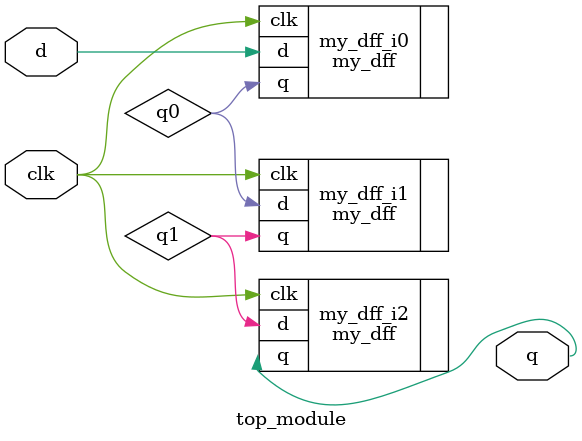
<source format=v>

`default_nettype none

module top_module (
    input   clk,
    input   d,
    output  q
);

    wire q0;
    my_dff my_dff_i0 (
        .clk    ( clk   ),
        .d      ( d     ),
        .q      ( q0    )
    );

    wire q1;
    my_dff my_dff_i1 (
        .clk    ( clk   ),
        .d      ( q0    ),
        .q      ( q1    )
    );

    my_dff my_dff_i2 (
        .clk    ( clk   ),
        .d      ( q1    ),
        .q      ( q     )
    );

endmodule
</source>
